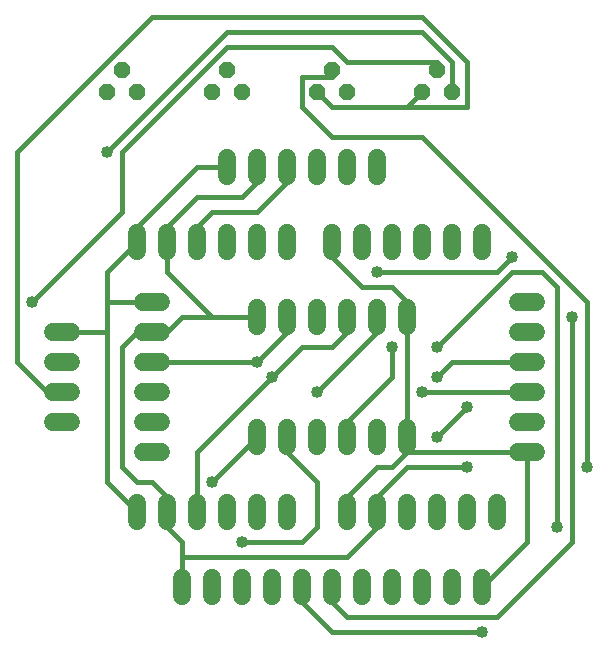
<source format=gbl>
G75*
%MOIN*%
%OFA0B0*%
%FSLAX24Y24*%
%IPPOS*%
%LPD*%
%AMOC8*
5,1,8,0,0,1.08239X$1,22.5*
%
%ADD10C,0.0600*%
%ADD11OC8,0.0520*%
%ADD12C,0.0150*%
%ADD13C,0.0400*%
D10*
X005100Y005340D02*
X005100Y005940D01*
X006100Y005940D02*
X006100Y005340D01*
X007100Y005340D02*
X007100Y005940D01*
X008100Y005940D02*
X008100Y005340D01*
X009100Y005340D02*
X009100Y005940D01*
X010100Y005940D02*
X010100Y005340D01*
X009600Y003440D02*
X009600Y002840D01*
X008600Y002840D02*
X008600Y003440D01*
X007600Y003440D02*
X007600Y002840D01*
X006600Y002840D02*
X006600Y003440D01*
X005900Y007640D02*
X005300Y007640D01*
X005300Y008640D02*
X005900Y008640D01*
X005900Y009640D02*
X005300Y009640D01*
X005300Y010640D02*
X005900Y010640D01*
X005900Y011640D02*
X005300Y011640D01*
X005300Y012640D02*
X005900Y012640D01*
X006100Y014340D02*
X006100Y014940D01*
X005100Y014940D02*
X005100Y014340D01*
X007100Y014340D02*
X007100Y014940D01*
X008100Y014940D02*
X008100Y014340D01*
X009100Y014340D02*
X009100Y014940D01*
X010100Y014940D02*
X010100Y014340D01*
X011600Y014340D02*
X011600Y014940D01*
X012600Y014940D02*
X012600Y014340D01*
X013600Y014340D02*
X013600Y014940D01*
X014600Y014940D02*
X014600Y014340D01*
X015600Y014340D02*
X015600Y014940D01*
X016600Y014940D02*
X016600Y014340D01*
X017800Y012640D02*
X018400Y012640D01*
X018400Y011640D02*
X017800Y011640D01*
X017800Y010640D02*
X018400Y010640D01*
X018400Y009640D02*
X017800Y009640D01*
X017800Y008640D02*
X018400Y008640D01*
X018400Y007640D02*
X017800Y007640D01*
X017100Y005940D02*
X017100Y005340D01*
X016100Y005340D02*
X016100Y005940D01*
X015100Y005940D02*
X015100Y005340D01*
X014100Y005340D02*
X014100Y005940D01*
X013100Y005940D02*
X013100Y005340D01*
X012100Y005340D02*
X012100Y005940D01*
X012100Y007840D02*
X012100Y008440D01*
X011100Y008440D02*
X011100Y007840D01*
X010100Y007840D02*
X010100Y008440D01*
X009100Y008440D02*
X009100Y007840D01*
X009100Y011840D02*
X009100Y012440D01*
X010100Y012440D02*
X010100Y011840D01*
X011100Y011840D02*
X011100Y012440D01*
X012100Y012440D02*
X012100Y011840D01*
X013100Y011840D02*
X013100Y012440D01*
X014100Y012440D02*
X014100Y011840D01*
X014100Y008440D02*
X014100Y007840D01*
X013100Y007840D02*
X013100Y008440D01*
X012600Y003440D02*
X012600Y002840D01*
X011600Y002840D02*
X011600Y003440D01*
X010600Y003440D02*
X010600Y002840D01*
X013600Y002840D02*
X013600Y003440D01*
X014600Y003440D02*
X014600Y002840D01*
X015600Y002840D02*
X015600Y003440D01*
X016600Y003440D02*
X016600Y002840D01*
X013100Y016840D02*
X013100Y017440D01*
X012100Y017440D02*
X012100Y016840D01*
X011100Y016840D02*
X011100Y017440D01*
X010100Y017440D02*
X010100Y016840D01*
X009100Y016840D02*
X009100Y017440D01*
X008100Y017440D02*
X008100Y016840D01*
X002900Y011640D02*
X002300Y011640D01*
X002300Y010640D02*
X002900Y010640D01*
X002900Y009640D02*
X002300Y009640D01*
X002300Y008640D02*
X002900Y008640D01*
D11*
X004100Y019640D03*
X004600Y020390D03*
X005100Y019640D03*
X007600Y019640D03*
X008100Y020390D03*
X008600Y019640D03*
X011100Y019640D03*
X011600Y020390D03*
X012100Y019640D03*
X014600Y019640D03*
X015100Y020390D03*
X015600Y019640D03*
D12*
X015600Y020640D01*
X014600Y021640D01*
X008100Y021640D01*
X004100Y017640D01*
X004600Y017640D02*
X004600Y015640D01*
X001600Y012640D01*
X002600Y011640D02*
X004100Y011640D01*
X004100Y006640D01*
X005100Y005640D01*
X005100Y006640D02*
X005600Y006640D01*
X006100Y006140D01*
X006100Y005640D01*
X006100Y005140D01*
X006600Y004640D01*
X006600Y004140D01*
X012100Y004140D01*
X013100Y005140D01*
X013100Y005640D01*
X013100Y006140D01*
X014100Y007140D01*
X016100Y007140D01*
X015100Y008140D02*
X016100Y009140D01*
X015100Y010140D02*
X015600Y010640D01*
X018100Y010640D01*
X018100Y009640D02*
X014600Y009640D01*
X013600Y010140D02*
X012100Y008640D01*
X012100Y008140D01*
X013100Y007140D02*
X013600Y007140D01*
X014100Y007640D01*
X014100Y008140D01*
X014100Y012140D01*
X014100Y012640D01*
X013600Y013140D01*
X012600Y013140D01*
X011600Y014140D01*
X011600Y014640D01*
X013100Y013640D02*
X017100Y013640D01*
X017600Y014140D01*
X017600Y013640D02*
X015100Y011140D01*
X013600Y011140D02*
X013600Y010140D01*
X013100Y011640D02*
X013100Y012140D01*
X013100Y011640D02*
X011100Y009640D01*
X011600Y011140D02*
X010600Y011140D01*
X009600Y010140D01*
X007100Y007640D01*
X007100Y005640D01*
X007600Y006640D02*
X009100Y008140D01*
X010100Y008140D02*
X010100Y007640D01*
X011100Y006640D01*
X011100Y005140D01*
X010600Y004640D01*
X008600Y004640D01*
X006600Y004140D02*
X006600Y003140D01*
X005100Y006640D02*
X004600Y007140D01*
X004600Y011140D01*
X005100Y011640D01*
X005600Y011640D01*
X006100Y011640D01*
X006600Y012140D01*
X007600Y012140D01*
X006100Y013640D01*
X006100Y014640D01*
X006100Y015140D01*
X007100Y016140D01*
X008600Y016140D01*
X009100Y016640D01*
X009100Y017140D01*
X010100Y017140D02*
X010100Y016640D01*
X009100Y015640D01*
X007600Y015640D01*
X007100Y015140D01*
X007100Y014640D01*
X005100Y014640D02*
X005100Y015140D01*
X007100Y017140D01*
X008100Y017140D01*
X010600Y019140D02*
X011600Y018140D01*
X014600Y018140D01*
X020100Y012640D01*
X020100Y007140D01*
X019100Y005140D02*
X019100Y013140D01*
X018600Y013640D01*
X017600Y013640D01*
X019600Y012140D02*
X019600Y004640D01*
X017100Y002140D01*
X012100Y002140D01*
X011600Y002640D01*
X011600Y003140D01*
X010600Y003140D02*
X010600Y002640D01*
X011600Y001640D01*
X016600Y001640D01*
X016600Y003140D02*
X018100Y004640D01*
X018100Y007640D01*
X014100Y007640D01*
X013100Y007140D02*
X012100Y006140D01*
X012100Y005640D01*
X009100Y010640D02*
X005600Y010640D01*
X004100Y011640D02*
X004100Y012640D01*
X005600Y012640D01*
X004100Y012640D02*
X004100Y013640D01*
X005100Y014640D01*
X004600Y017640D02*
X008100Y021140D01*
X011600Y021140D01*
X012100Y020640D01*
X015100Y020640D01*
X015100Y020390D01*
X014600Y019640D02*
X014100Y019140D01*
X016100Y019140D01*
X016100Y020640D01*
X014600Y022140D01*
X005600Y022140D01*
X001100Y017640D01*
X001100Y010640D01*
X002100Y009640D01*
X002600Y009640D01*
X007600Y012140D02*
X009100Y012140D01*
X010100Y012140D02*
X010100Y011640D01*
X009100Y010640D01*
X011600Y011140D02*
X012100Y011640D01*
X012100Y012140D01*
X011600Y019140D02*
X014100Y019140D01*
X011600Y019140D02*
X011100Y019640D01*
X010600Y019140D02*
X010600Y020140D01*
X011600Y020140D01*
X011600Y020390D01*
D13*
X017600Y014140D03*
X019600Y012140D03*
X016100Y009140D03*
X015100Y010140D03*
X014600Y009640D03*
X015100Y011140D03*
X013600Y011140D03*
X013100Y013640D03*
X011100Y009640D03*
X009600Y010140D03*
X009100Y010640D03*
X007600Y006640D03*
X008600Y004640D03*
X015100Y008140D03*
X016100Y007140D03*
X019100Y005140D03*
X020100Y007140D03*
X016600Y001640D03*
X004100Y017640D03*
X001600Y012640D03*
M02*

</source>
